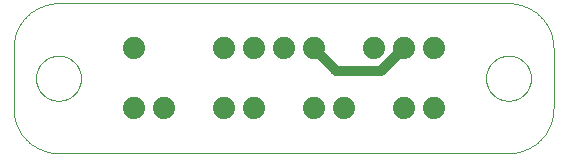
<source format=gtl>
G75*
%MOIN*%
%OFA0B0*%
%FSLAX25Y25*%
%IPPOS*%
%LPD*%
%AMOC8*
5,1,8,0,0,1.08239X$1,22.5*
%
%ADD10C,0.00000*%
%ADD11C,0.07400*%
%ADD12C,0.03200*%
D10*
X0016000Y0001000D02*
X0166000Y0001000D01*
X0166362Y0001004D01*
X0166725Y0001018D01*
X0167087Y0001039D01*
X0167448Y0001070D01*
X0167808Y0001109D01*
X0168167Y0001157D01*
X0168525Y0001214D01*
X0168882Y0001279D01*
X0169237Y0001353D01*
X0169590Y0001436D01*
X0169941Y0001527D01*
X0170289Y0001626D01*
X0170635Y0001734D01*
X0170979Y0001850D01*
X0171319Y0001975D01*
X0171656Y0002107D01*
X0171990Y0002248D01*
X0172321Y0002397D01*
X0172648Y0002554D01*
X0172971Y0002718D01*
X0173290Y0002890D01*
X0173604Y0003070D01*
X0173915Y0003258D01*
X0174220Y0003453D01*
X0174521Y0003655D01*
X0174817Y0003865D01*
X0175107Y0004081D01*
X0175393Y0004305D01*
X0175673Y0004535D01*
X0175947Y0004772D01*
X0176215Y0005016D01*
X0176478Y0005266D01*
X0176734Y0005522D01*
X0176984Y0005785D01*
X0177228Y0006053D01*
X0177465Y0006327D01*
X0177695Y0006607D01*
X0177919Y0006893D01*
X0178135Y0007183D01*
X0178345Y0007479D01*
X0178547Y0007780D01*
X0178742Y0008085D01*
X0178930Y0008396D01*
X0179110Y0008710D01*
X0179282Y0009029D01*
X0179446Y0009352D01*
X0179603Y0009679D01*
X0179752Y0010010D01*
X0179893Y0010344D01*
X0180025Y0010681D01*
X0180150Y0011021D01*
X0180266Y0011365D01*
X0180374Y0011711D01*
X0180473Y0012059D01*
X0180564Y0012410D01*
X0180647Y0012763D01*
X0180721Y0013118D01*
X0180786Y0013475D01*
X0180843Y0013833D01*
X0180891Y0014192D01*
X0180930Y0014552D01*
X0180961Y0014913D01*
X0180982Y0015275D01*
X0180996Y0015638D01*
X0181000Y0016000D01*
X0181000Y0036000D01*
X0180996Y0036362D01*
X0180982Y0036725D01*
X0180961Y0037087D01*
X0180930Y0037448D01*
X0180891Y0037808D01*
X0180843Y0038167D01*
X0180786Y0038525D01*
X0180721Y0038882D01*
X0180647Y0039237D01*
X0180564Y0039590D01*
X0180473Y0039941D01*
X0180374Y0040289D01*
X0180266Y0040635D01*
X0180150Y0040979D01*
X0180025Y0041319D01*
X0179893Y0041656D01*
X0179752Y0041990D01*
X0179603Y0042321D01*
X0179446Y0042648D01*
X0179282Y0042971D01*
X0179110Y0043290D01*
X0178930Y0043604D01*
X0178742Y0043915D01*
X0178547Y0044220D01*
X0178345Y0044521D01*
X0178135Y0044817D01*
X0177919Y0045107D01*
X0177695Y0045393D01*
X0177465Y0045673D01*
X0177228Y0045947D01*
X0176984Y0046215D01*
X0176734Y0046478D01*
X0176478Y0046734D01*
X0176215Y0046984D01*
X0175947Y0047228D01*
X0175673Y0047465D01*
X0175393Y0047695D01*
X0175107Y0047919D01*
X0174817Y0048135D01*
X0174521Y0048345D01*
X0174220Y0048547D01*
X0173915Y0048742D01*
X0173604Y0048930D01*
X0173290Y0049110D01*
X0172971Y0049282D01*
X0172648Y0049446D01*
X0172321Y0049603D01*
X0171990Y0049752D01*
X0171656Y0049893D01*
X0171319Y0050025D01*
X0170979Y0050150D01*
X0170635Y0050266D01*
X0170289Y0050374D01*
X0169941Y0050473D01*
X0169590Y0050564D01*
X0169237Y0050647D01*
X0168882Y0050721D01*
X0168525Y0050786D01*
X0168167Y0050843D01*
X0167808Y0050891D01*
X0167448Y0050930D01*
X0167087Y0050961D01*
X0166725Y0050982D01*
X0166362Y0050996D01*
X0166000Y0051000D01*
X0016000Y0051000D01*
X0015638Y0050996D01*
X0015275Y0050982D01*
X0014913Y0050961D01*
X0014552Y0050930D01*
X0014192Y0050891D01*
X0013833Y0050843D01*
X0013475Y0050786D01*
X0013118Y0050721D01*
X0012763Y0050647D01*
X0012410Y0050564D01*
X0012059Y0050473D01*
X0011711Y0050374D01*
X0011365Y0050266D01*
X0011021Y0050150D01*
X0010681Y0050025D01*
X0010344Y0049893D01*
X0010010Y0049752D01*
X0009679Y0049603D01*
X0009352Y0049446D01*
X0009029Y0049282D01*
X0008710Y0049110D01*
X0008396Y0048930D01*
X0008085Y0048742D01*
X0007780Y0048547D01*
X0007479Y0048345D01*
X0007183Y0048135D01*
X0006893Y0047919D01*
X0006607Y0047695D01*
X0006327Y0047465D01*
X0006053Y0047228D01*
X0005785Y0046984D01*
X0005522Y0046734D01*
X0005266Y0046478D01*
X0005016Y0046215D01*
X0004772Y0045947D01*
X0004535Y0045673D01*
X0004305Y0045393D01*
X0004081Y0045107D01*
X0003865Y0044817D01*
X0003655Y0044521D01*
X0003453Y0044220D01*
X0003258Y0043915D01*
X0003070Y0043604D01*
X0002890Y0043290D01*
X0002718Y0042971D01*
X0002554Y0042648D01*
X0002397Y0042321D01*
X0002248Y0041990D01*
X0002107Y0041656D01*
X0001975Y0041319D01*
X0001850Y0040979D01*
X0001734Y0040635D01*
X0001626Y0040289D01*
X0001527Y0039941D01*
X0001436Y0039590D01*
X0001353Y0039237D01*
X0001279Y0038882D01*
X0001214Y0038525D01*
X0001157Y0038167D01*
X0001109Y0037808D01*
X0001070Y0037448D01*
X0001039Y0037087D01*
X0001018Y0036725D01*
X0001004Y0036362D01*
X0001000Y0036000D01*
X0001000Y0016000D01*
X0001004Y0015638D01*
X0001018Y0015275D01*
X0001039Y0014913D01*
X0001070Y0014552D01*
X0001109Y0014192D01*
X0001157Y0013833D01*
X0001214Y0013475D01*
X0001279Y0013118D01*
X0001353Y0012763D01*
X0001436Y0012410D01*
X0001527Y0012059D01*
X0001626Y0011711D01*
X0001734Y0011365D01*
X0001850Y0011021D01*
X0001975Y0010681D01*
X0002107Y0010344D01*
X0002248Y0010010D01*
X0002397Y0009679D01*
X0002554Y0009352D01*
X0002718Y0009029D01*
X0002890Y0008710D01*
X0003070Y0008396D01*
X0003258Y0008085D01*
X0003453Y0007780D01*
X0003655Y0007479D01*
X0003865Y0007183D01*
X0004081Y0006893D01*
X0004305Y0006607D01*
X0004535Y0006327D01*
X0004772Y0006053D01*
X0005016Y0005785D01*
X0005266Y0005522D01*
X0005522Y0005266D01*
X0005785Y0005016D01*
X0006053Y0004772D01*
X0006327Y0004535D01*
X0006607Y0004305D01*
X0006893Y0004081D01*
X0007183Y0003865D01*
X0007479Y0003655D01*
X0007780Y0003453D01*
X0008085Y0003258D01*
X0008396Y0003070D01*
X0008710Y0002890D01*
X0009029Y0002718D01*
X0009352Y0002554D01*
X0009679Y0002397D01*
X0010010Y0002248D01*
X0010344Y0002107D01*
X0010681Y0001975D01*
X0011021Y0001850D01*
X0011365Y0001734D01*
X0011711Y0001626D01*
X0012059Y0001527D01*
X0012410Y0001436D01*
X0012763Y0001353D01*
X0013118Y0001279D01*
X0013475Y0001214D01*
X0013833Y0001157D01*
X0014192Y0001109D01*
X0014552Y0001070D01*
X0014913Y0001039D01*
X0015275Y0001018D01*
X0015638Y0001004D01*
X0016000Y0001000D01*
X0008500Y0026000D02*
X0008502Y0026184D01*
X0008509Y0026368D01*
X0008520Y0026552D01*
X0008536Y0026735D01*
X0008556Y0026918D01*
X0008581Y0027100D01*
X0008610Y0027282D01*
X0008644Y0027463D01*
X0008682Y0027643D01*
X0008725Y0027822D01*
X0008772Y0028000D01*
X0008823Y0028177D01*
X0008879Y0028353D01*
X0008938Y0028527D01*
X0009003Y0028699D01*
X0009071Y0028870D01*
X0009143Y0029039D01*
X0009220Y0029207D01*
X0009301Y0029372D01*
X0009386Y0029535D01*
X0009474Y0029697D01*
X0009567Y0029856D01*
X0009664Y0030012D01*
X0009764Y0030167D01*
X0009868Y0030319D01*
X0009976Y0030468D01*
X0010087Y0030614D01*
X0010202Y0030758D01*
X0010321Y0030899D01*
X0010443Y0031037D01*
X0010568Y0031172D01*
X0010697Y0031303D01*
X0010828Y0031432D01*
X0010963Y0031557D01*
X0011101Y0031679D01*
X0011242Y0031798D01*
X0011386Y0031913D01*
X0011532Y0032024D01*
X0011681Y0032132D01*
X0011833Y0032236D01*
X0011988Y0032336D01*
X0012144Y0032433D01*
X0012303Y0032526D01*
X0012465Y0032614D01*
X0012628Y0032699D01*
X0012793Y0032780D01*
X0012961Y0032857D01*
X0013130Y0032929D01*
X0013301Y0032997D01*
X0013473Y0033062D01*
X0013647Y0033121D01*
X0013823Y0033177D01*
X0014000Y0033228D01*
X0014178Y0033275D01*
X0014357Y0033318D01*
X0014537Y0033356D01*
X0014718Y0033390D01*
X0014900Y0033419D01*
X0015082Y0033444D01*
X0015265Y0033464D01*
X0015448Y0033480D01*
X0015632Y0033491D01*
X0015816Y0033498D01*
X0016000Y0033500D01*
X0016184Y0033498D01*
X0016368Y0033491D01*
X0016552Y0033480D01*
X0016735Y0033464D01*
X0016918Y0033444D01*
X0017100Y0033419D01*
X0017282Y0033390D01*
X0017463Y0033356D01*
X0017643Y0033318D01*
X0017822Y0033275D01*
X0018000Y0033228D01*
X0018177Y0033177D01*
X0018353Y0033121D01*
X0018527Y0033062D01*
X0018699Y0032997D01*
X0018870Y0032929D01*
X0019039Y0032857D01*
X0019207Y0032780D01*
X0019372Y0032699D01*
X0019535Y0032614D01*
X0019697Y0032526D01*
X0019856Y0032433D01*
X0020012Y0032336D01*
X0020167Y0032236D01*
X0020319Y0032132D01*
X0020468Y0032024D01*
X0020614Y0031913D01*
X0020758Y0031798D01*
X0020899Y0031679D01*
X0021037Y0031557D01*
X0021172Y0031432D01*
X0021303Y0031303D01*
X0021432Y0031172D01*
X0021557Y0031037D01*
X0021679Y0030899D01*
X0021798Y0030758D01*
X0021913Y0030614D01*
X0022024Y0030468D01*
X0022132Y0030319D01*
X0022236Y0030167D01*
X0022336Y0030012D01*
X0022433Y0029856D01*
X0022526Y0029697D01*
X0022614Y0029535D01*
X0022699Y0029372D01*
X0022780Y0029207D01*
X0022857Y0029039D01*
X0022929Y0028870D01*
X0022997Y0028699D01*
X0023062Y0028527D01*
X0023121Y0028353D01*
X0023177Y0028177D01*
X0023228Y0028000D01*
X0023275Y0027822D01*
X0023318Y0027643D01*
X0023356Y0027463D01*
X0023390Y0027282D01*
X0023419Y0027100D01*
X0023444Y0026918D01*
X0023464Y0026735D01*
X0023480Y0026552D01*
X0023491Y0026368D01*
X0023498Y0026184D01*
X0023500Y0026000D01*
X0023498Y0025816D01*
X0023491Y0025632D01*
X0023480Y0025448D01*
X0023464Y0025265D01*
X0023444Y0025082D01*
X0023419Y0024900D01*
X0023390Y0024718D01*
X0023356Y0024537D01*
X0023318Y0024357D01*
X0023275Y0024178D01*
X0023228Y0024000D01*
X0023177Y0023823D01*
X0023121Y0023647D01*
X0023062Y0023473D01*
X0022997Y0023301D01*
X0022929Y0023130D01*
X0022857Y0022961D01*
X0022780Y0022793D01*
X0022699Y0022628D01*
X0022614Y0022465D01*
X0022526Y0022303D01*
X0022433Y0022144D01*
X0022336Y0021988D01*
X0022236Y0021833D01*
X0022132Y0021681D01*
X0022024Y0021532D01*
X0021913Y0021386D01*
X0021798Y0021242D01*
X0021679Y0021101D01*
X0021557Y0020963D01*
X0021432Y0020828D01*
X0021303Y0020697D01*
X0021172Y0020568D01*
X0021037Y0020443D01*
X0020899Y0020321D01*
X0020758Y0020202D01*
X0020614Y0020087D01*
X0020468Y0019976D01*
X0020319Y0019868D01*
X0020167Y0019764D01*
X0020012Y0019664D01*
X0019856Y0019567D01*
X0019697Y0019474D01*
X0019535Y0019386D01*
X0019372Y0019301D01*
X0019207Y0019220D01*
X0019039Y0019143D01*
X0018870Y0019071D01*
X0018699Y0019003D01*
X0018527Y0018938D01*
X0018353Y0018879D01*
X0018177Y0018823D01*
X0018000Y0018772D01*
X0017822Y0018725D01*
X0017643Y0018682D01*
X0017463Y0018644D01*
X0017282Y0018610D01*
X0017100Y0018581D01*
X0016918Y0018556D01*
X0016735Y0018536D01*
X0016552Y0018520D01*
X0016368Y0018509D01*
X0016184Y0018502D01*
X0016000Y0018500D01*
X0015816Y0018502D01*
X0015632Y0018509D01*
X0015448Y0018520D01*
X0015265Y0018536D01*
X0015082Y0018556D01*
X0014900Y0018581D01*
X0014718Y0018610D01*
X0014537Y0018644D01*
X0014357Y0018682D01*
X0014178Y0018725D01*
X0014000Y0018772D01*
X0013823Y0018823D01*
X0013647Y0018879D01*
X0013473Y0018938D01*
X0013301Y0019003D01*
X0013130Y0019071D01*
X0012961Y0019143D01*
X0012793Y0019220D01*
X0012628Y0019301D01*
X0012465Y0019386D01*
X0012303Y0019474D01*
X0012144Y0019567D01*
X0011988Y0019664D01*
X0011833Y0019764D01*
X0011681Y0019868D01*
X0011532Y0019976D01*
X0011386Y0020087D01*
X0011242Y0020202D01*
X0011101Y0020321D01*
X0010963Y0020443D01*
X0010828Y0020568D01*
X0010697Y0020697D01*
X0010568Y0020828D01*
X0010443Y0020963D01*
X0010321Y0021101D01*
X0010202Y0021242D01*
X0010087Y0021386D01*
X0009976Y0021532D01*
X0009868Y0021681D01*
X0009764Y0021833D01*
X0009664Y0021988D01*
X0009567Y0022144D01*
X0009474Y0022303D01*
X0009386Y0022465D01*
X0009301Y0022628D01*
X0009220Y0022793D01*
X0009143Y0022961D01*
X0009071Y0023130D01*
X0009003Y0023301D01*
X0008938Y0023473D01*
X0008879Y0023647D01*
X0008823Y0023823D01*
X0008772Y0024000D01*
X0008725Y0024178D01*
X0008682Y0024357D01*
X0008644Y0024537D01*
X0008610Y0024718D01*
X0008581Y0024900D01*
X0008556Y0025082D01*
X0008536Y0025265D01*
X0008520Y0025448D01*
X0008509Y0025632D01*
X0008502Y0025816D01*
X0008500Y0026000D01*
X0158500Y0026000D02*
X0158502Y0026184D01*
X0158509Y0026368D01*
X0158520Y0026552D01*
X0158536Y0026735D01*
X0158556Y0026918D01*
X0158581Y0027100D01*
X0158610Y0027282D01*
X0158644Y0027463D01*
X0158682Y0027643D01*
X0158725Y0027822D01*
X0158772Y0028000D01*
X0158823Y0028177D01*
X0158879Y0028353D01*
X0158938Y0028527D01*
X0159003Y0028699D01*
X0159071Y0028870D01*
X0159143Y0029039D01*
X0159220Y0029207D01*
X0159301Y0029372D01*
X0159386Y0029535D01*
X0159474Y0029697D01*
X0159567Y0029856D01*
X0159664Y0030012D01*
X0159764Y0030167D01*
X0159868Y0030319D01*
X0159976Y0030468D01*
X0160087Y0030614D01*
X0160202Y0030758D01*
X0160321Y0030899D01*
X0160443Y0031037D01*
X0160568Y0031172D01*
X0160697Y0031303D01*
X0160828Y0031432D01*
X0160963Y0031557D01*
X0161101Y0031679D01*
X0161242Y0031798D01*
X0161386Y0031913D01*
X0161532Y0032024D01*
X0161681Y0032132D01*
X0161833Y0032236D01*
X0161988Y0032336D01*
X0162144Y0032433D01*
X0162303Y0032526D01*
X0162465Y0032614D01*
X0162628Y0032699D01*
X0162793Y0032780D01*
X0162961Y0032857D01*
X0163130Y0032929D01*
X0163301Y0032997D01*
X0163473Y0033062D01*
X0163647Y0033121D01*
X0163823Y0033177D01*
X0164000Y0033228D01*
X0164178Y0033275D01*
X0164357Y0033318D01*
X0164537Y0033356D01*
X0164718Y0033390D01*
X0164900Y0033419D01*
X0165082Y0033444D01*
X0165265Y0033464D01*
X0165448Y0033480D01*
X0165632Y0033491D01*
X0165816Y0033498D01*
X0166000Y0033500D01*
X0166184Y0033498D01*
X0166368Y0033491D01*
X0166552Y0033480D01*
X0166735Y0033464D01*
X0166918Y0033444D01*
X0167100Y0033419D01*
X0167282Y0033390D01*
X0167463Y0033356D01*
X0167643Y0033318D01*
X0167822Y0033275D01*
X0168000Y0033228D01*
X0168177Y0033177D01*
X0168353Y0033121D01*
X0168527Y0033062D01*
X0168699Y0032997D01*
X0168870Y0032929D01*
X0169039Y0032857D01*
X0169207Y0032780D01*
X0169372Y0032699D01*
X0169535Y0032614D01*
X0169697Y0032526D01*
X0169856Y0032433D01*
X0170012Y0032336D01*
X0170167Y0032236D01*
X0170319Y0032132D01*
X0170468Y0032024D01*
X0170614Y0031913D01*
X0170758Y0031798D01*
X0170899Y0031679D01*
X0171037Y0031557D01*
X0171172Y0031432D01*
X0171303Y0031303D01*
X0171432Y0031172D01*
X0171557Y0031037D01*
X0171679Y0030899D01*
X0171798Y0030758D01*
X0171913Y0030614D01*
X0172024Y0030468D01*
X0172132Y0030319D01*
X0172236Y0030167D01*
X0172336Y0030012D01*
X0172433Y0029856D01*
X0172526Y0029697D01*
X0172614Y0029535D01*
X0172699Y0029372D01*
X0172780Y0029207D01*
X0172857Y0029039D01*
X0172929Y0028870D01*
X0172997Y0028699D01*
X0173062Y0028527D01*
X0173121Y0028353D01*
X0173177Y0028177D01*
X0173228Y0028000D01*
X0173275Y0027822D01*
X0173318Y0027643D01*
X0173356Y0027463D01*
X0173390Y0027282D01*
X0173419Y0027100D01*
X0173444Y0026918D01*
X0173464Y0026735D01*
X0173480Y0026552D01*
X0173491Y0026368D01*
X0173498Y0026184D01*
X0173500Y0026000D01*
X0173498Y0025816D01*
X0173491Y0025632D01*
X0173480Y0025448D01*
X0173464Y0025265D01*
X0173444Y0025082D01*
X0173419Y0024900D01*
X0173390Y0024718D01*
X0173356Y0024537D01*
X0173318Y0024357D01*
X0173275Y0024178D01*
X0173228Y0024000D01*
X0173177Y0023823D01*
X0173121Y0023647D01*
X0173062Y0023473D01*
X0172997Y0023301D01*
X0172929Y0023130D01*
X0172857Y0022961D01*
X0172780Y0022793D01*
X0172699Y0022628D01*
X0172614Y0022465D01*
X0172526Y0022303D01*
X0172433Y0022144D01*
X0172336Y0021988D01*
X0172236Y0021833D01*
X0172132Y0021681D01*
X0172024Y0021532D01*
X0171913Y0021386D01*
X0171798Y0021242D01*
X0171679Y0021101D01*
X0171557Y0020963D01*
X0171432Y0020828D01*
X0171303Y0020697D01*
X0171172Y0020568D01*
X0171037Y0020443D01*
X0170899Y0020321D01*
X0170758Y0020202D01*
X0170614Y0020087D01*
X0170468Y0019976D01*
X0170319Y0019868D01*
X0170167Y0019764D01*
X0170012Y0019664D01*
X0169856Y0019567D01*
X0169697Y0019474D01*
X0169535Y0019386D01*
X0169372Y0019301D01*
X0169207Y0019220D01*
X0169039Y0019143D01*
X0168870Y0019071D01*
X0168699Y0019003D01*
X0168527Y0018938D01*
X0168353Y0018879D01*
X0168177Y0018823D01*
X0168000Y0018772D01*
X0167822Y0018725D01*
X0167643Y0018682D01*
X0167463Y0018644D01*
X0167282Y0018610D01*
X0167100Y0018581D01*
X0166918Y0018556D01*
X0166735Y0018536D01*
X0166552Y0018520D01*
X0166368Y0018509D01*
X0166184Y0018502D01*
X0166000Y0018500D01*
X0165816Y0018502D01*
X0165632Y0018509D01*
X0165448Y0018520D01*
X0165265Y0018536D01*
X0165082Y0018556D01*
X0164900Y0018581D01*
X0164718Y0018610D01*
X0164537Y0018644D01*
X0164357Y0018682D01*
X0164178Y0018725D01*
X0164000Y0018772D01*
X0163823Y0018823D01*
X0163647Y0018879D01*
X0163473Y0018938D01*
X0163301Y0019003D01*
X0163130Y0019071D01*
X0162961Y0019143D01*
X0162793Y0019220D01*
X0162628Y0019301D01*
X0162465Y0019386D01*
X0162303Y0019474D01*
X0162144Y0019567D01*
X0161988Y0019664D01*
X0161833Y0019764D01*
X0161681Y0019868D01*
X0161532Y0019976D01*
X0161386Y0020087D01*
X0161242Y0020202D01*
X0161101Y0020321D01*
X0160963Y0020443D01*
X0160828Y0020568D01*
X0160697Y0020697D01*
X0160568Y0020828D01*
X0160443Y0020963D01*
X0160321Y0021101D01*
X0160202Y0021242D01*
X0160087Y0021386D01*
X0159976Y0021532D01*
X0159868Y0021681D01*
X0159764Y0021833D01*
X0159664Y0021988D01*
X0159567Y0022144D01*
X0159474Y0022303D01*
X0159386Y0022465D01*
X0159301Y0022628D01*
X0159220Y0022793D01*
X0159143Y0022961D01*
X0159071Y0023130D01*
X0159003Y0023301D01*
X0158938Y0023473D01*
X0158879Y0023647D01*
X0158823Y0023823D01*
X0158772Y0024000D01*
X0158725Y0024178D01*
X0158682Y0024357D01*
X0158644Y0024537D01*
X0158610Y0024718D01*
X0158581Y0024900D01*
X0158556Y0025082D01*
X0158536Y0025265D01*
X0158520Y0025448D01*
X0158509Y0025632D01*
X0158502Y0025816D01*
X0158500Y0026000D01*
D11*
X0141000Y0036000D03*
X0131000Y0036000D03*
X0121000Y0036000D03*
X0101000Y0036000D03*
X0091000Y0036000D03*
X0081000Y0036000D03*
X0071000Y0036000D03*
X0041000Y0036000D03*
X0041000Y0016000D03*
X0051000Y0016000D03*
X0071000Y0016000D03*
X0081000Y0016000D03*
X0101000Y0016000D03*
X0111000Y0016000D03*
X0131000Y0016000D03*
X0141000Y0016000D03*
D12*
X0123500Y0028500D02*
X0108500Y0028500D01*
X0101000Y0036000D01*
X0123500Y0028500D02*
X0131000Y0036000D01*
M02*

</source>
